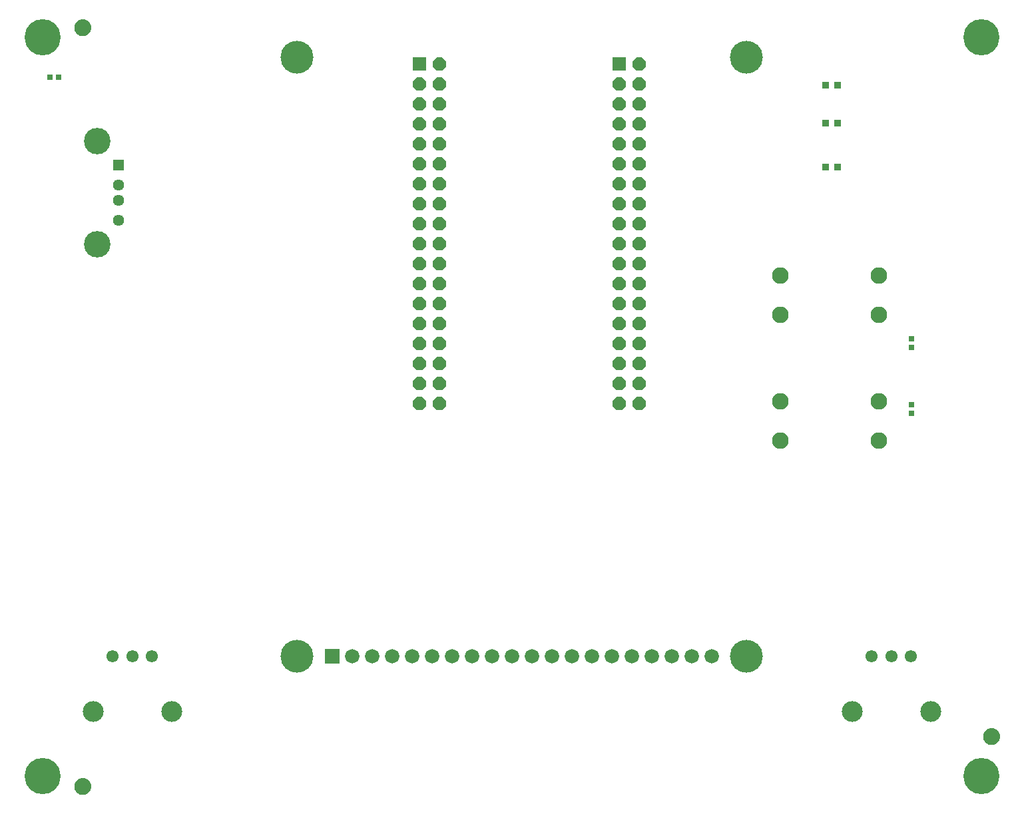
<source format=gbr>
G04 EAGLE Gerber RS-274X export*
G75*
%MOMM*%
%FSLAX34Y34*%
%LPD*%
%INSoldermask Top*%
%IPPOS*%
%AMOC8*
5,1,8,0,0,1.08239X$1,22.5*%
G01*
%ADD10R,0.952400X0.952400*%
%ADD11C,0.609600*%
%ADD12C,1.168400*%
%ADD13R,1.440400X1.440400*%
%ADD14C,1.440400*%
%ADD15C,3.372400*%
%ADD16R,1.828800X1.828800*%
%ADD17C,1.828800*%
%ADD18C,4.168400*%
%ADD19C,1.552400*%
%ADD20C,2.652400*%
%ADD21R,0.660400X0.762000*%
%ADD22C,2.112400*%
%ADD23R,1.676400X1.676400*%
%ADD24P,1.814519X8X292.500000*%
%ADD25R,0.762000X0.660400*%
%ADD26C,4.597400*%


D10*
X1033900Y812800D03*
X1048900Y812800D03*
D11*
X81280Y990600D02*
X81282Y990787D01*
X81289Y990974D01*
X81301Y991161D01*
X81317Y991347D01*
X81337Y991533D01*
X81362Y991718D01*
X81392Y991903D01*
X81426Y992087D01*
X81465Y992270D01*
X81508Y992452D01*
X81556Y992632D01*
X81608Y992812D01*
X81665Y992990D01*
X81725Y993167D01*
X81791Y993342D01*
X81860Y993516D01*
X81934Y993688D01*
X82012Y993858D01*
X82094Y994026D01*
X82180Y994192D01*
X82270Y994356D01*
X82364Y994517D01*
X82462Y994677D01*
X82564Y994833D01*
X82670Y994988D01*
X82780Y995139D01*
X82893Y995288D01*
X83010Y995434D01*
X83130Y995577D01*
X83254Y995717D01*
X83381Y995854D01*
X83512Y995988D01*
X83646Y996119D01*
X83783Y996246D01*
X83923Y996370D01*
X84066Y996490D01*
X84212Y996607D01*
X84361Y996720D01*
X84512Y996830D01*
X84667Y996936D01*
X84823Y997038D01*
X84983Y997136D01*
X85144Y997230D01*
X85308Y997320D01*
X85474Y997406D01*
X85642Y997488D01*
X85812Y997566D01*
X85984Y997640D01*
X86158Y997709D01*
X86333Y997775D01*
X86510Y997835D01*
X86688Y997892D01*
X86868Y997944D01*
X87048Y997992D01*
X87230Y998035D01*
X87413Y998074D01*
X87597Y998108D01*
X87782Y998138D01*
X87967Y998163D01*
X88153Y998183D01*
X88339Y998199D01*
X88526Y998211D01*
X88713Y998218D01*
X88900Y998220D01*
X89087Y998218D01*
X89274Y998211D01*
X89461Y998199D01*
X89647Y998183D01*
X89833Y998163D01*
X90018Y998138D01*
X90203Y998108D01*
X90387Y998074D01*
X90570Y998035D01*
X90752Y997992D01*
X90932Y997944D01*
X91112Y997892D01*
X91290Y997835D01*
X91467Y997775D01*
X91642Y997709D01*
X91816Y997640D01*
X91988Y997566D01*
X92158Y997488D01*
X92326Y997406D01*
X92492Y997320D01*
X92656Y997230D01*
X92817Y997136D01*
X92977Y997038D01*
X93133Y996936D01*
X93288Y996830D01*
X93439Y996720D01*
X93588Y996607D01*
X93734Y996490D01*
X93877Y996370D01*
X94017Y996246D01*
X94154Y996119D01*
X94288Y995988D01*
X94419Y995854D01*
X94546Y995717D01*
X94670Y995577D01*
X94790Y995434D01*
X94907Y995288D01*
X95020Y995139D01*
X95130Y994988D01*
X95236Y994833D01*
X95338Y994677D01*
X95436Y994517D01*
X95530Y994356D01*
X95620Y994192D01*
X95706Y994026D01*
X95788Y993858D01*
X95866Y993688D01*
X95940Y993516D01*
X96009Y993342D01*
X96075Y993167D01*
X96135Y992990D01*
X96192Y992812D01*
X96244Y992632D01*
X96292Y992452D01*
X96335Y992270D01*
X96374Y992087D01*
X96408Y991903D01*
X96438Y991718D01*
X96463Y991533D01*
X96483Y991347D01*
X96499Y991161D01*
X96511Y990974D01*
X96518Y990787D01*
X96520Y990600D01*
X96518Y990413D01*
X96511Y990226D01*
X96499Y990039D01*
X96483Y989853D01*
X96463Y989667D01*
X96438Y989482D01*
X96408Y989297D01*
X96374Y989113D01*
X96335Y988930D01*
X96292Y988748D01*
X96244Y988568D01*
X96192Y988388D01*
X96135Y988210D01*
X96075Y988033D01*
X96009Y987858D01*
X95940Y987684D01*
X95866Y987512D01*
X95788Y987342D01*
X95706Y987174D01*
X95620Y987008D01*
X95530Y986844D01*
X95436Y986683D01*
X95338Y986523D01*
X95236Y986367D01*
X95130Y986212D01*
X95020Y986061D01*
X94907Y985912D01*
X94790Y985766D01*
X94670Y985623D01*
X94546Y985483D01*
X94419Y985346D01*
X94288Y985212D01*
X94154Y985081D01*
X94017Y984954D01*
X93877Y984830D01*
X93734Y984710D01*
X93588Y984593D01*
X93439Y984480D01*
X93288Y984370D01*
X93133Y984264D01*
X92977Y984162D01*
X92817Y984064D01*
X92656Y983970D01*
X92492Y983880D01*
X92326Y983794D01*
X92158Y983712D01*
X91988Y983634D01*
X91816Y983560D01*
X91642Y983491D01*
X91467Y983425D01*
X91290Y983365D01*
X91112Y983308D01*
X90932Y983256D01*
X90752Y983208D01*
X90570Y983165D01*
X90387Y983126D01*
X90203Y983092D01*
X90018Y983062D01*
X89833Y983037D01*
X89647Y983017D01*
X89461Y983001D01*
X89274Y982989D01*
X89087Y982982D01*
X88900Y982980D01*
X88713Y982982D01*
X88526Y982989D01*
X88339Y983001D01*
X88153Y983017D01*
X87967Y983037D01*
X87782Y983062D01*
X87597Y983092D01*
X87413Y983126D01*
X87230Y983165D01*
X87048Y983208D01*
X86868Y983256D01*
X86688Y983308D01*
X86510Y983365D01*
X86333Y983425D01*
X86158Y983491D01*
X85984Y983560D01*
X85812Y983634D01*
X85642Y983712D01*
X85474Y983794D01*
X85308Y983880D01*
X85144Y983970D01*
X84983Y984064D01*
X84823Y984162D01*
X84667Y984264D01*
X84512Y984370D01*
X84361Y984480D01*
X84212Y984593D01*
X84066Y984710D01*
X83923Y984830D01*
X83783Y984954D01*
X83646Y985081D01*
X83512Y985212D01*
X83381Y985346D01*
X83254Y985483D01*
X83130Y985623D01*
X83010Y985766D01*
X82893Y985912D01*
X82780Y986061D01*
X82670Y986212D01*
X82564Y986367D01*
X82462Y986523D01*
X82364Y986683D01*
X82270Y986844D01*
X82180Y987008D01*
X82094Y987174D01*
X82012Y987342D01*
X81934Y987512D01*
X81860Y987684D01*
X81791Y987858D01*
X81725Y988033D01*
X81665Y988210D01*
X81608Y988388D01*
X81556Y988568D01*
X81508Y988748D01*
X81465Y988930D01*
X81426Y989113D01*
X81392Y989297D01*
X81362Y989482D01*
X81337Y989667D01*
X81317Y989853D01*
X81301Y990039D01*
X81289Y990226D01*
X81282Y990413D01*
X81280Y990600D01*
D12*
X88900Y990600D03*
D11*
X81280Y25400D02*
X81282Y25587D01*
X81289Y25774D01*
X81301Y25961D01*
X81317Y26147D01*
X81337Y26333D01*
X81362Y26518D01*
X81392Y26703D01*
X81426Y26887D01*
X81465Y27070D01*
X81508Y27252D01*
X81556Y27432D01*
X81608Y27612D01*
X81665Y27790D01*
X81725Y27967D01*
X81791Y28142D01*
X81860Y28316D01*
X81934Y28488D01*
X82012Y28658D01*
X82094Y28826D01*
X82180Y28992D01*
X82270Y29156D01*
X82364Y29317D01*
X82462Y29477D01*
X82564Y29633D01*
X82670Y29788D01*
X82780Y29939D01*
X82893Y30088D01*
X83010Y30234D01*
X83130Y30377D01*
X83254Y30517D01*
X83381Y30654D01*
X83512Y30788D01*
X83646Y30919D01*
X83783Y31046D01*
X83923Y31170D01*
X84066Y31290D01*
X84212Y31407D01*
X84361Y31520D01*
X84512Y31630D01*
X84667Y31736D01*
X84823Y31838D01*
X84983Y31936D01*
X85144Y32030D01*
X85308Y32120D01*
X85474Y32206D01*
X85642Y32288D01*
X85812Y32366D01*
X85984Y32440D01*
X86158Y32509D01*
X86333Y32575D01*
X86510Y32635D01*
X86688Y32692D01*
X86868Y32744D01*
X87048Y32792D01*
X87230Y32835D01*
X87413Y32874D01*
X87597Y32908D01*
X87782Y32938D01*
X87967Y32963D01*
X88153Y32983D01*
X88339Y32999D01*
X88526Y33011D01*
X88713Y33018D01*
X88900Y33020D01*
X89087Y33018D01*
X89274Y33011D01*
X89461Y32999D01*
X89647Y32983D01*
X89833Y32963D01*
X90018Y32938D01*
X90203Y32908D01*
X90387Y32874D01*
X90570Y32835D01*
X90752Y32792D01*
X90932Y32744D01*
X91112Y32692D01*
X91290Y32635D01*
X91467Y32575D01*
X91642Y32509D01*
X91816Y32440D01*
X91988Y32366D01*
X92158Y32288D01*
X92326Y32206D01*
X92492Y32120D01*
X92656Y32030D01*
X92817Y31936D01*
X92977Y31838D01*
X93133Y31736D01*
X93288Y31630D01*
X93439Y31520D01*
X93588Y31407D01*
X93734Y31290D01*
X93877Y31170D01*
X94017Y31046D01*
X94154Y30919D01*
X94288Y30788D01*
X94419Y30654D01*
X94546Y30517D01*
X94670Y30377D01*
X94790Y30234D01*
X94907Y30088D01*
X95020Y29939D01*
X95130Y29788D01*
X95236Y29633D01*
X95338Y29477D01*
X95436Y29317D01*
X95530Y29156D01*
X95620Y28992D01*
X95706Y28826D01*
X95788Y28658D01*
X95866Y28488D01*
X95940Y28316D01*
X96009Y28142D01*
X96075Y27967D01*
X96135Y27790D01*
X96192Y27612D01*
X96244Y27432D01*
X96292Y27252D01*
X96335Y27070D01*
X96374Y26887D01*
X96408Y26703D01*
X96438Y26518D01*
X96463Y26333D01*
X96483Y26147D01*
X96499Y25961D01*
X96511Y25774D01*
X96518Y25587D01*
X96520Y25400D01*
X96518Y25213D01*
X96511Y25026D01*
X96499Y24839D01*
X96483Y24653D01*
X96463Y24467D01*
X96438Y24282D01*
X96408Y24097D01*
X96374Y23913D01*
X96335Y23730D01*
X96292Y23548D01*
X96244Y23368D01*
X96192Y23188D01*
X96135Y23010D01*
X96075Y22833D01*
X96009Y22658D01*
X95940Y22484D01*
X95866Y22312D01*
X95788Y22142D01*
X95706Y21974D01*
X95620Y21808D01*
X95530Y21644D01*
X95436Y21483D01*
X95338Y21323D01*
X95236Y21167D01*
X95130Y21012D01*
X95020Y20861D01*
X94907Y20712D01*
X94790Y20566D01*
X94670Y20423D01*
X94546Y20283D01*
X94419Y20146D01*
X94288Y20012D01*
X94154Y19881D01*
X94017Y19754D01*
X93877Y19630D01*
X93734Y19510D01*
X93588Y19393D01*
X93439Y19280D01*
X93288Y19170D01*
X93133Y19064D01*
X92977Y18962D01*
X92817Y18864D01*
X92656Y18770D01*
X92492Y18680D01*
X92326Y18594D01*
X92158Y18512D01*
X91988Y18434D01*
X91816Y18360D01*
X91642Y18291D01*
X91467Y18225D01*
X91290Y18165D01*
X91112Y18108D01*
X90932Y18056D01*
X90752Y18008D01*
X90570Y17965D01*
X90387Y17926D01*
X90203Y17892D01*
X90018Y17862D01*
X89833Y17837D01*
X89647Y17817D01*
X89461Y17801D01*
X89274Y17789D01*
X89087Y17782D01*
X88900Y17780D01*
X88713Y17782D01*
X88526Y17789D01*
X88339Y17801D01*
X88153Y17817D01*
X87967Y17837D01*
X87782Y17862D01*
X87597Y17892D01*
X87413Y17926D01*
X87230Y17965D01*
X87048Y18008D01*
X86868Y18056D01*
X86688Y18108D01*
X86510Y18165D01*
X86333Y18225D01*
X86158Y18291D01*
X85984Y18360D01*
X85812Y18434D01*
X85642Y18512D01*
X85474Y18594D01*
X85308Y18680D01*
X85144Y18770D01*
X84983Y18864D01*
X84823Y18962D01*
X84667Y19064D01*
X84512Y19170D01*
X84361Y19280D01*
X84212Y19393D01*
X84066Y19510D01*
X83923Y19630D01*
X83783Y19754D01*
X83646Y19881D01*
X83512Y20012D01*
X83381Y20146D01*
X83254Y20283D01*
X83130Y20423D01*
X83010Y20566D01*
X82893Y20712D01*
X82780Y20861D01*
X82670Y21012D01*
X82564Y21167D01*
X82462Y21323D01*
X82364Y21483D01*
X82270Y21644D01*
X82180Y21808D01*
X82094Y21974D01*
X82012Y22142D01*
X81934Y22312D01*
X81860Y22484D01*
X81791Y22658D01*
X81725Y22833D01*
X81665Y23010D01*
X81608Y23188D01*
X81556Y23368D01*
X81508Y23548D01*
X81465Y23730D01*
X81426Y23913D01*
X81392Y24097D01*
X81362Y24282D01*
X81337Y24467D01*
X81317Y24653D01*
X81301Y24839D01*
X81289Y25026D01*
X81282Y25213D01*
X81280Y25400D01*
D12*
X88900Y25400D03*
D11*
X1236980Y88900D02*
X1236982Y89087D01*
X1236989Y89274D01*
X1237001Y89461D01*
X1237017Y89647D01*
X1237037Y89833D01*
X1237062Y90018D01*
X1237092Y90203D01*
X1237126Y90387D01*
X1237165Y90570D01*
X1237208Y90752D01*
X1237256Y90932D01*
X1237308Y91112D01*
X1237365Y91290D01*
X1237425Y91467D01*
X1237491Y91642D01*
X1237560Y91816D01*
X1237634Y91988D01*
X1237712Y92158D01*
X1237794Y92326D01*
X1237880Y92492D01*
X1237970Y92656D01*
X1238064Y92817D01*
X1238162Y92977D01*
X1238264Y93133D01*
X1238370Y93288D01*
X1238480Y93439D01*
X1238593Y93588D01*
X1238710Y93734D01*
X1238830Y93877D01*
X1238954Y94017D01*
X1239081Y94154D01*
X1239212Y94288D01*
X1239346Y94419D01*
X1239483Y94546D01*
X1239623Y94670D01*
X1239766Y94790D01*
X1239912Y94907D01*
X1240061Y95020D01*
X1240212Y95130D01*
X1240367Y95236D01*
X1240523Y95338D01*
X1240683Y95436D01*
X1240844Y95530D01*
X1241008Y95620D01*
X1241174Y95706D01*
X1241342Y95788D01*
X1241512Y95866D01*
X1241684Y95940D01*
X1241858Y96009D01*
X1242033Y96075D01*
X1242210Y96135D01*
X1242388Y96192D01*
X1242568Y96244D01*
X1242748Y96292D01*
X1242930Y96335D01*
X1243113Y96374D01*
X1243297Y96408D01*
X1243482Y96438D01*
X1243667Y96463D01*
X1243853Y96483D01*
X1244039Y96499D01*
X1244226Y96511D01*
X1244413Y96518D01*
X1244600Y96520D01*
X1244787Y96518D01*
X1244974Y96511D01*
X1245161Y96499D01*
X1245347Y96483D01*
X1245533Y96463D01*
X1245718Y96438D01*
X1245903Y96408D01*
X1246087Y96374D01*
X1246270Y96335D01*
X1246452Y96292D01*
X1246632Y96244D01*
X1246812Y96192D01*
X1246990Y96135D01*
X1247167Y96075D01*
X1247342Y96009D01*
X1247516Y95940D01*
X1247688Y95866D01*
X1247858Y95788D01*
X1248026Y95706D01*
X1248192Y95620D01*
X1248356Y95530D01*
X1248517Y95436D01*
X1248677Y95338D01*
X1248833Y95236D01*
X1248988Y95130D01*
X1249139Y95020D01*
X1249288Y94907D01*
X1249434Y94790D01*
X1249577Y94670D01*
X1249717Y94546D01*
X1249854Y94419D01*
X1249988Y94288D01*
X1250119Y94154D01*
X1250246Y94017D01*
X1250370Y93877D01*
X1250490Y93734D01*
X1250607Y93588D01*
X1250720Y93439D01*
X1250830Y93288D01*
X1250936Y93133D01*
X1251038Y92977D01*
X1251136Y92817D01*
X1251230Y92656D01*
X1251320Y92492D01*
X1251406Y92326D01*
X1251488Y92158D01*
X1251566Y91988D01*
X1251640Y91816D01*
X1251709Y91642D01*
X1251775Y91467D01*
X1251835Y91290D01*
X1251892Y91112D01*
X1251944Y90932D01*
X1251992Y90752D01*
X1252035Y90570D01*
X1252074Y90387D01*
X1252108Y90203D01*
X1252138Y90018D01*
X1252163Y89833D01*
X1252183Y89647D01*
X1252199Y89461D01*
X1252211Y89274D01*
X1252218Y89087D01*
X1252220Y88900D01*
X1252218Y88713D01*
X1252211Y88526D01*
X1252199Y88339D01*
X1252183Y88153D01*
X1252163Y87967D01*
X1252138Y87782D01*
X1252108Y87597D01*
X1252074Y87413D01*
X1252035Y87230D01*
X1251992Y87048D01*
X1251944Y86868D01*
X1251892Y86688D01*
X1251835Y86510D01*
X1251775Y86333D01*
X1251709Y86158D01*
X1251640Y85984D01*
X1251566Y85812D01*
X1251488Y85642D01*
X1251406Y85474D01*
X1251320Y85308D01*
X1251230Y85144D01*
X1251136Y84983D01*
X1251038Y84823D01*
X1250936Y84667D01*
X1250830Y84512D01*
X1250720Y84361D01*
X1250607Y84212D01*
X1250490Y84066D01*
X1250370Y83923D01*
X1250246Y83783D01*
X1250119Y83646D01*
X1249988Y83512D01*
X1249854Y83381D01*
X1249717Y83254D01*
X1249577Y83130D01*
X1249434Y83010D01*
X1249288Y82893D01*
X1249139Y82780D01*
X1248988Y82670D01*
X1248833Y82564D01*
X1248677Y82462D01*
X1248517Y82364D01*
X1248356Y82270D01*
X1248192Y82180D01*
X1248026Y82094D01*
X1247858Y82012D01*
X1247688Y81934D01*
X1247516Y81860D01*
X1247342Y81791D01*
X1247167Y81725D01*
X1246990Y81665D01*
X1246812Y81608D01*
X1246632Y81556D01*
X1246452Y81508D01*
X1246270Y81465D01*
X1246087Y81426D01*
X1245903Y81392D01*
X1245718Y81362D01*
X1245533Y81337D01*
X1245347Y81317D01*
X1245161Y81301D01*
X1244974Y81289D01*
X1244787Y81282D01*
X1244600Y81280D01*
X1244413Y81282D01*
X1244226Y81289D01*
X1244039Y81301D01*
X1243853Y81317D01*
X1243667Y81337D01*
X1243482Y81362D01*
X1243297Y81392D01*
X1243113Y81426D01*
X1242930Y81465D01*
X1242748Y81508D01*
X1242568Y81556D01*
X1242388Y81608D01*
X1242210Y81665D01*
X1242033Y81725D01*
X1241858Y81791D01*
X1241684Y81860D01*
X1241512Y81934D01*
X1241342Y82012D01*
X1241174Y82094D01*
X1241008Y82180D01*
X1240844Y82270D01*
X1240683Y82364D01*
X1240523Y82462D01*
X1240367Y82564D01*
X1240212Y82670D01*
X1240061Y82780D01*
X1239912Y82893D01*
X1239766Y83010D01*
X1239623Y83130D01*
X1239483Y83254D01*
X1239346Y83381D01*
X1239212Y83512D01*
X1239081Y83646D01*
X1238954Y83783D01*
X1238830Y83923D01*
X1238710Y84066D01*
X1238593Y84212D01*
X1238480Y84361D01*
X1238370Y84512D01*
X1238264Y84667D01*
X1238162Y84823D01*
X1238064Y84983D01*
X1237970Y85144D01*
X1237880Y85308D01*
X1237794Y85474D01*
X1237712Y85642D01*
X1237634Y85812D01*
X1237560Y85984D01*
X1237491Y86158D01*
X1237425Y86333D01*
X1237365Y86510D01*
X1237308Y86688D01*
X1237256Y86868D01*
X1237208Y87048D01*
X1237165Y87230D01*
X1237126Y87413D01*
X1237092Y87597D01*
X1237062Y87782D01*
X1237037Y87967D01*
X1237017Y88153D01*
X1237001Y88339D01*
X1236989Y88526D01*
X1236982Y88713D01*
X1236980Y88900D01*
D12*
X1244600Y88900D03*
D10*
X1033900Y868680D03*
X1048900Y868680D03*
D13*
X134620Y815340D03*
D14*
X134620Y790340D03*
X134620Y770340D03*
X134620Y745340D03*
D15*
X107520Y846040D03*
X107520Y714640D03*
D16*
X406400Y190500D03*
D17*
X431800Y190500D03*
X457200Y190500D03*
X482600Y190500D03*
X508000Y190500D03*
X533400Y190500D03*
X558800Y190500D03*
X584200Y190500D03*
X609600Y190500D03*
X635000Y190500D03*
X660400Y190500D03*
X685800Y190500D03*
X711200Y190500D03*
X736600Y190500D03*
X762000Y190500D03*
X787400Y190500D03*
X812800Y190500D03*
X838200Y190500D03*
X863600Y190500D03*
X889000Y190500D03*
D18*
X361950Y190500D03*
X933450Y190500D03*
X361950Y952500D03*
X933450Y952500D03*
D19*
X177400Y190500D03*
X152400Y190500D03*
X127400Y190500D03*
D20*
X202400Y120500D03*
X102400Y120500D03*
D21*
X1143000Y499872D03*
X1143000Y511048D03*
D19*
X1142600Y190500D03*
X1117600Y190500D03*
X1092600Y190500D03*
D20*
X1167600Y120500D03*
X1067600Y120500D03*
D21*
X1143000Y594868D03*
X1143000Y583692D03*
D10*
X1033900Y916940D03*
X1048900Y916940D03*
D22*
X976360Y465220D03*
X976360Y515220D03*
X1101360Y515220D03*
X1101360Y465220D03*
X976360Y625240D03*
X976360Y675240D03*
X1101360Y675240D03*
X1101360Y625240D03*
D23*
X517900Y944200D03*
D24*
X543300Y944200D03*
X517900Y918800D03*
X543300Y918800D03*
X517900Y893400D03*
X543300Y893400D03*
X517900Y868000D03*
X543300Y868000D03*
X517900Y842600D03*
X543300Y842600D03*
X517900Y817200D03*
X543300Y817200D03*
X517900Y791800D03*
X543300Y791800D03*
X517900Y766400D03*
X543300Y766400D03*
X517900Y741000D03*
X543300Y741000D03*
X517900Y715600D03*
X543300Y715600D03*
X517900Y690200D03*
X543300Y690200D03*
X517900Y664800D03*
X543300Y664800D03*
X517900Y639400D03*
X543300Y639400D03*
X517900Y614000D03*
X543300Y614000D03*
X517900Y588600D03*
X543300Y588600D03*
X517900Y563200D03*
X543300Y563200D03*
X517900Y537800D03*
X543300Y537800D03*
X517900Y512400D03*
X543300Y512400D03*
D23*
X771900Y944200D03*
D24*
X797300Y944200D03*
X771900Y918800D03*
X797300Y918800D03*
X771900Y893400D03*
X797300Y893400D03*
X771900Y868000D03*
X797300Y868000D03*
X771900Y842600D03*
X797300Y842600D03*
X771900Y817200D03*
X797300Y817200D03*
X771900Y791800D03*
X797300Y791800D03*
X771900Y766400D03*
X797300Y766400D03*
X771900Y741000D03*
X797300Y741000D03*
X771900Y715600D03*
X797300Y715600D03*
X771900Y690200D03*
X797300Y690200D03*
X771900Y664800D03*
X797300Y664800D03*
X771900Y639400D03*
X797300Y639400D03*
X771900Y614000D03*
X797300Y614000D03*
X771900Y588600D03*
X797300Y588600D03*
X771900Y563200D03*
X797300Y563200D03*
X771900Y537800D03*
X797300Y537800D03*
X771900Y512400D03*
X797300Y512400D03*
D25*
X47752Y927100D03*
X58928Y927100D03*
D26*
X1231900Y977900D03*
X38100Y977900D03*
X38100Y38100D03*
X1231900Y38100D03*
M02*

</source>
